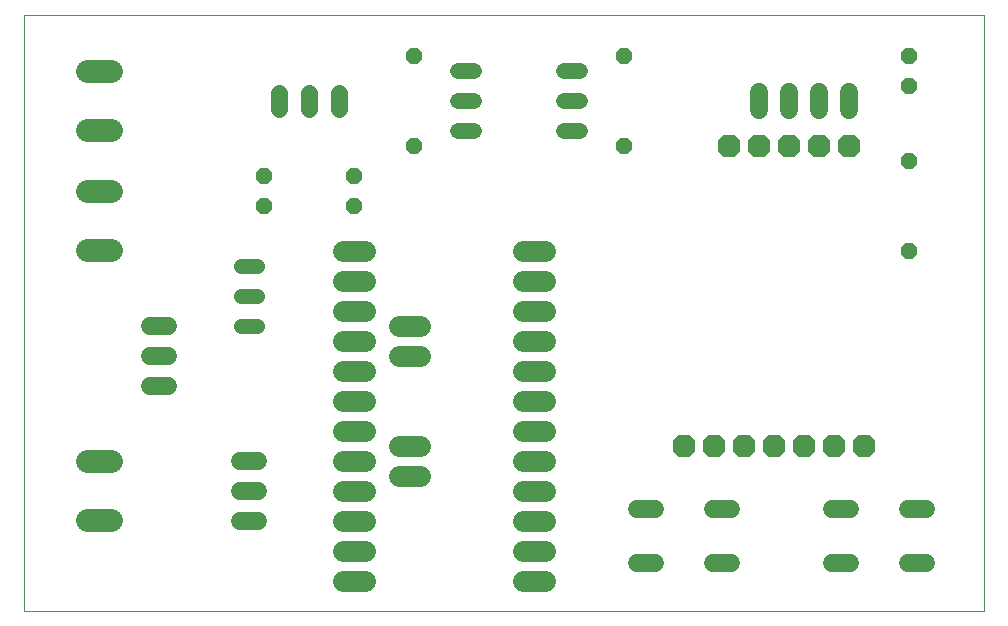
<source format=gtl>
G75*
%MOIN*%
%OFA0B0*%
%FSLAX25Y25*%
%IPPOS*%
%LPD*%
%AMOC8*
5,1,8,0,0,1.08239X$1,22.5*
%
%ADD10C,0.00000*%
%ADD11C,0.06000*%
%ADD12OC8,0.05200*%
%ADD13OC8,0.07600*%
%ADD14C,0.07800*%
%ADD15C,0.07087*%
%ADD16C,0.05150*%
%ADD17C,0.05600*%
%ADD18C,0.05200*%
D10*
X0001500Y0001500D02*
X0001500Y0200201D01*
X0321421Y0200201D01*
X0321421Y0001500D01*
X0001500Y0001500D01*
D11*
X0073500Y0031500D02*
X0079500Y0031500D01*
X0079500Y0041500D02*
X0073500Y0041500D01*
X0073500Y0051500D02*
X0079500Y0051500D01*
X0049500Y0076500D02*
X0043500Y0076500D01*
X0043500Y0086500D02*
X0049500Y0086500D01*
X0049500Y0096500D02*
X0043500Y0096500D01*
X0205700Y0035400D02*
X0211700Y0035400D01*
X0231300Y0035400D02*
X0237300Y0035400D01*
X0237300Y0017600D02*
X0231300Y0017600D01*
X0211700Y0017600D02*
X0205700Y0017600D01*
X0270700Y0017600D02*
X0276700Y0017600D01*
X0296300Y0017600D02*
X0302300Y0017600D01*
X0302300Y0035400D02*
X0296300Y0035400D01*
X0276700Y0035400D02*
X0270700Y0035400D01*
X0266500Y0168500D02*
X0266500Y0174500D01*
X0256500Y0174500D02*
X0256500Y0168500D01*
X0246500Y0168500D02*
X0246500Y0174500D01*
X0276500Y0174500D02*
X0276500Y0168500D01*
D12*
X0296500Y0176500D03*
X0296500Y0186500D03*
X0296500Y0151500D03*
X0296500Y0121500D03*
X0201500Y0156500D03*
X0201500Y0186500D03*
X0131500Y0186500D03*
X0131500Y0156500D03*
X0111500Y0146500D03*
X0111500Y0136500D03*
X0081500Y0136500D03*
X0081500Y0146500D03*
D13*
X0221500Y0056500D03*
X0231500Y0056500D03*
X0241500Y0056500D03*
X0251500Y0056500D03*
X0261500Y0056500D03*
X0271500Y0056500D03*
X0281500Y0056500D03*
X0276500Y0156500D03*
X0266500Y0156500D03*
X0256500Y0156500D03*
X0246500Y0156500D03*
X0236500Y0156500D03*
D14*
X0030400Y0161700D02*
X0022600Y0161700D01*
X0022600Y0181400D02*
X0030400Y0181400D01*
X0030400Y0141400D02*
X0022600Y0141400D01*
X0022600Y0121700D02*
X0030400Y0121700D01*
X0030400Y0051400D02*
X0022600Y0051400D01*
X0022600Y0031700D02*
X0030400Y0031700D01*
D15*
X0107957Y0031500D02*
X0115043Y0031500D01*
X0115043Y0021500D02*
X0107957Y0021500D01*
X0107957Y0011500D02*
X0115043Y0011500D01*
X0115043Y0041500D02*
X0107957Y0041500D01*
X0107957Y0051500D02*
X0115043Y0051500D01*
X0126500Y0046500D02*
X0133587Y0046500D01*
X0133587Y0056500D02*
X0126500Y0056500D01*
X0115043Y0061500D02*
X0107957Y0061500D01*
X0107957Y0071500D02*
X0115043Y0071500D01*
X0115043Y0081500D02*
X0107957Y0081500D01*
X0107957Y0091500D02*
X0115043Y0091500D01*
X0126500Y0086500D02*
X0133587Y0086500D01*
X0133587Y0096500D02*
X0126500Y0096500D01*
X0115043Y0101500D02*
X0107957Y0101500D01*
X0107957Y0111500D02*
X0115043Y0111500D01*
X0115043Y0121500D02*
X0107957Y0121500D01*
X0167957Y0121500D02*
X0175043Y0121500D01*
X0175043Y0111500D02*
X0167957Y0111500D01*
X0167957Y0101500D02*
X0175043Y0101500D01*
X0175043Y0091500D02*
X0167957Y0091500D01*
X0167957Y0081500D02*
X0175043Y0081500D01*
X0175043Y0071500D02*
X0167957Y0071500D01*
X0167957Y0061500D02*
X0175043Y0061500D01*
X0175043Y0051500D02*
X0167957Y0051500D01*
X0167957Y0041500D02*
X0175043Y0041500D01*
X0175043Y0031500D02*
X0167957Y0031500D01*
X0167957Y0021500D02*
X0175043Y0021500D01*
X0175043Y0011500D02*
X0167957Y0011500D01*
D16*
X0079075Y0096500D02*
X0073925Y0096500D01*
X0073925Y0106500D02*
X0079075Y0106500D01*
X0079075Y0116500D02*
X0073925Y0116500D01*
D17*
X0086500Y0168700D02*
X0086500Y0174300D01*
X0096500Y0174300D02*
X0096500Y0168700D01*
X0106500Y0168700D02*
X0106500Y0174300D01*
D18*
X0146300Y0171500D02*
X0151500Y0171500D01*
X0151500Y0161500D02*
X0146300Y0161500D01*
X0146300Y0181500D02*
X0151500Y0181500D01*
X0181500Y0181500D02*
X0186700Y0181500D01*
X0186700Y0171500D02*
X0181500Y0171500D01*
X0181500Y0161500D02*
X0186700Y0161500D01*
M02*

</source>
